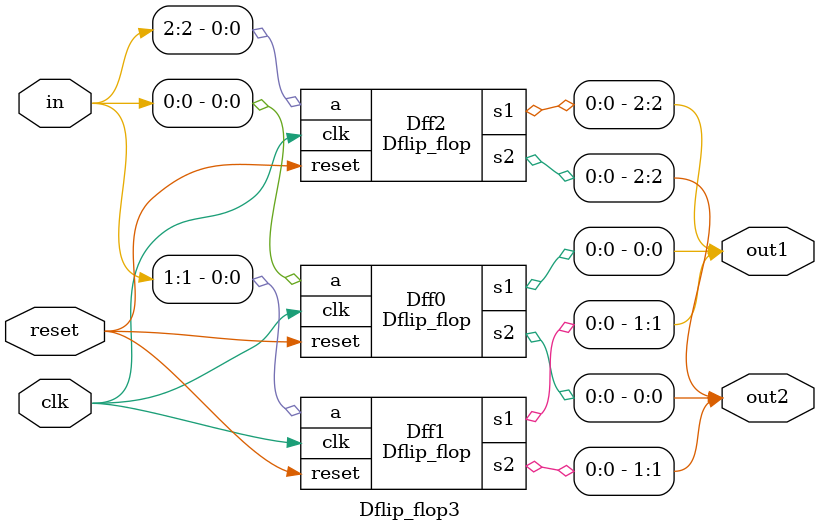
<source format=v>
module basculeD (a, clk, reset, s1, s2);
   input a, clk, reset;
   wire [7:0] line;
   output s1, s2;

   gate_xor xor1(a, reset, line[5]);
   gate_and and1(a, line[5], line[6]);

   gate_nand nand1(line[6], clk, line[0]);
   gate_not not1(line[6], line[1]);
   gate_nand nand2(line[1], clk, line[2]);

   gate_nand nand3(line[0], line[7], line[3]);
   gate_nand nand4(line[2], line[3], line[4]);

   gate_or or1(reset, line[4], line[7]);
   
   buf buf1(s1, line[3]);
   buf buf2(s2, line[4]);
endmodule // basculeD

module recursive_Dlatch(in, clk, reset, out1, out2);
   parameter S = 1;

   input [2**S -1 : 0] in, clk;
   input 	       reset;
   output [2**S -1 : 0] out1, out2;

   if (S == 1)
     begin
	basculeD Dlatch0(in[0], clk[0], reset, out1[0], out2[0]);
	basculeD Dlatch1(in[1], clk[1], reset, out1[1], out2[1]);
     end
   else
     begin
	recursive_Dlatch #(.S(S-1)) recursive_Dlatch0(.in(in[(2 ** (S - 1))- 1:0]),
					      .clk(clk[(2 ** (S - 1))- 1:0]),
					      .reset(reset),
					      .out1(out1[(2 ** (S - 1))- 1:0]),
					      .out2(out2[(2 ** (S - 1))- 1:0]));

	recursive_Dlatch #(.S(S-1)) recursive_Dlatch1(.in(in[(2 ** (S))- 1:(2 ** (S - 1))]),
					      .clk(clk[(2 ** (S))- 1:(2 ** (S - 1))]),
					      .reset(reset),
					      .out1(out1[(2 ** S) - 1:(2 ** (S - 1))]),
					      .out2(out2[(2 ** S) - 1:(2 ** (S - 1))]));
     end

endmodule // multi_Dlatch

//deprecated module
module basculeD_8bit(a, clk, reset, s1, s2);
   input [7:0]  a;
   input        clk, reset;
   output [7:0] s1, s2;

   basculeD Dlatch0(a[0], clk, reset, s1[0], s2[0]);
   basculeD Dlatch1(a[1], clk, reset, s1[1], s2[1]);
   basculeD Dlatch2(a[2], clk, reset, s1[2], s2[2]);
   basculeD Dlatch3(a[3], clk, reset, s1[3], s2[3]);
   basculeD Dlatch4(a[4], clk, reset, s1[4], s2[4]);
   basculeD Dlatch5(a[5], clk, reset, s1[5], s2[5]);
   basculeD Dlatch6(a[6], clk, reset, s1[6], s2[6]);
   basculeD Dlatch7(a[7], clk, reset, s1[7], s2[7]);
   
endmodule // basculeD_8bit

module Dflip_flop(a, clk, reset, s1, s2);
   input a, clk, reset;
   output s1, s2;
   wire [3:0] line;
   wire       ignore;
   
   basculeD basc1(a, clk, reset, line[0], ignore);
   gate_not not1(clk, line[1]);
   basculeD basc2(line[0], line[1], reset, line[2], line[3]);

   buf buf1(s1, line[2]);
   buf buf2(s2, line[3]);   
endmodule // flip_flopD

module Dflip_flop3(in, clk, reset, out1, out2);
   input [2:0] in;
   input       clk, reset;
   output [2:0] out1, out2;

   Dflip_flop Dff0(in[0], clk, reset, out1[0], out2[0]);
   Dflip_flop Dff1(in[1], clk, reset, out1[1], out2[1]);
   Dflip_flop Dff2(in[2], clk, reset, out1[2], out2[2]);
endmodule // flip_flopD

</source>
